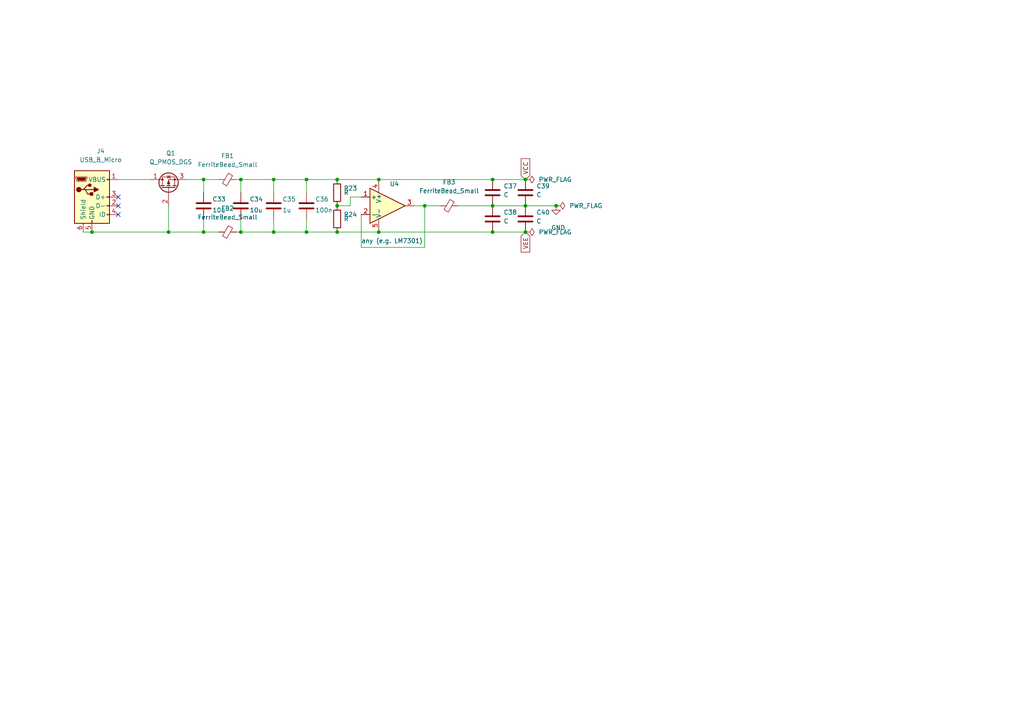
<source format=kicad_sch>
(kicad_sch (version 20211123) (generator eeschema)
  (paper "A4")
  (lib_symbols
    (symbol "Connector:USB_B_Micro" (pin_names (offset 1.016))
      (property "Reference" "J" (at -5.08 11.43 0))
      (property "Value" "USB_B_Micro" (at -5.08 8.89 0))
      (symbol "USB_B_Micro_0_1"
        (rectangle (start -5.08 -7.62) (end 5.08 7.62) (stroke (width 0.254)) (fill (type background)))
        (circle (center -3.81 2.159) (radius 0.635) (stroke (width 0.254)) (fill (type outline)))
        (circle (center -0.635 3.429) (radius 0.381) (stroke (width 0.254)) (fill (type outline)))
        (rectangle (start -0.127 -7.62) (end 0.127 -6.858))
        (polyline (pts (xy -1.905 2.159) (xy 0.635 2.159)) (stroke (width 0.254)))
        (polyline (pts (xy -3.175 2.159) (xy -2.54 2.159) (xy -1.27 3.429) (xy -0.635 3.429)) (stroke (width 0.254)))
        (polyline (pts (xy -2.54 2.159) (xy -1.905 2.159) (xy -1.27 0.889) (xy 0 0.889)) (stroke (width 0.254)))
        (polyline (pts (xy 0.635 2.794) (xy 0.635 1.524) (xy 1.905 2.159) (xy 0.635 2.794)) (stroke (width 0.254)) (fill (type outline)))
        (polyline (pts (xy -4.318 5.588) (xy -1.778 5.588) (xy -2.032 4.826) (xy -4.064 4.826) (xy -4.318 5.588)) (fill (type outline)))
        (polyline (pts (xy -4.699 5.842) (xy -4.699 5.588) (xy -4.445 4.826) (xy -4.445 4.572) (xy -1.651 4.572) (xy -1.651 4.826) (xy -1.397 5.588) (xy -1.397 5.842) (xy -4.699 5.842)))
        (rectangle (start 0.254 1.27) (end -0.508 0.508) (stroke (width 0.254)) (fill (type outline)))
        (rectangle (start 5.08 -5.207) (end 4.318 -4.953))
        (rectangle (start 5.08 -2.667) (end 4.318 -2.413))
        (rectangle (start 5.08 -0.127) (end 4.318 0.127))
        (rectangle (start 5.08 4.953) (end 4.318 5.207))
      )
      (symbol "USB_B_Micro_1_1"
        (pin power_out line (at 7.62 5.08 180) (length 2.54) (name "VBUS") (number "1"))
        (pin bidirectional line (at 7.62 -2.54 180) (length 2.54) (name "D-") (number "2"))
        (pin bidirectional line (at 7.62 0 180) (length 2.54) (name "D+") (number "3"))
        (pin passive line (at 7.62 -5.08 180) (length 2.54) (name "ID") (number "4"))
        (pin power_out line (at 0 -10.16 90) (length 2.54) (name "GND") (number "5"))
        (pin passive line (at -2.54 -10.16 90) (length 2.54) (name "Shield") (number "6"))
      )
    )
    (symbol "Device:C" (pin_numbers hide) (pin_names (offset 0.254))
      (property "Reference" "C" (at 0.635 2.54 0))
      (property "Value" "C" (at 0.635 -2.54 0))
      (symbol "C_0_1"
        (polyline (pts (xy -2.032 -0.762) (xy 2.032 -0.762)) (stroke (width 0.508)))
        (polyline (pts (xy -2.032 0.762) (xy 2.032 0.762)) (stroke (width 0.508)))
      )
      (symbol "C_1_1"
        (pin passive line (at 0 3.81 270) (length 2.794) (name "~") (number "1"))
        (pin passive line (at 0 -3.81 90) (length 2.794) (name "~") (number "2"))
      )
    )
    (symbol "Device:FerriteBead_Small" (pin_numbers hide) (pin_names (offset 0))
      (property "Reference" "FB" (at 1.905 1.27 0))
      (property "Value" "FerriteBead_Small" (at 1.905 -1.27 0))
      (symbol "FerriteBead_Small_0_1"
        (polyline (pts (xy 0 -1.27) (xy 0 -0.7874)))
        (polyline (pts (xy 0 0.889) (xy 0 1.2954)))
        (polyline (pts (xy -1.8288 0.2794) (xy -1.1176 1.4986) (xy 1.8288 -0.2032) (xy 1.1176 -1.4224) (xy -1.8288 0.2794)))
      )
      (symbol "FerriteBead_Small_1_1"
        (pin passive line (at 0 2.54 270) (length 1.27) (name "~") (number "1"))
        (pin passive line (at 0 -2.54 90) (length 1.27) (name "~") (number "2"))
      )
    )
    (symbol "Device:Q_PMOS_DGS" (pin_names (offset 0) hide)
      (property "Reference" "Q" (at 5.08 1.27 0))
      (property "Value" "Q_PMOS_DGS" (at 5.08 -1.27 0))
      (symbol "Q_PMOS_DGS_0_1"
        (polyline (pts (xy 0.254 0) (xy -2.54 0)))
        (polyline (pts (xy 0.254 1.905) (xy 0.254 -1.905)) (stroke (width 0.254)))
        (polyline (pts (xy 0.762 -1.27) (xy 0.762 -2.286)) (stroke (width 0.254)))
        (polyline (pts (xy 0.762 0.508) (xy 0.762 -0.508)) (stroke (width 0.254)))
        (polyline (pts (xy 0.762 2.286) (xy 0.762 1.27)) (stroke (width 0.254)))
        (polyline (pts (xy 2.54 2.54) (xy 2.54 1.778)))
        (polyline (pts (xy 2.54 -2.54) (xy 2.54 0) (xy 0.762 0)))
        (polyline (pts (xy 0.762 1.778) (xy 3.302 1.778) (xy 3.302 -1.778) (xy 0.762 -1.778)))
        (polyline (pts (xy 2.286 0) (xy 1.27 0.381) (xy 1.27 -0.381) (xy 2.286 0)) (fill (type outline)))
        (polyline (pts (xy 2.794 -0.508) (xy 2.921 -0.381) (xy 3.683 -0.381) (xy 3.81 -0.254)))
        (polyline (pts (xy 3.302 -0.381) (xy 2.921 0.254) (xy 3.683 0.254) (xy 3.302 -0.381)))
        (circle (center 1.651 0) (radius 2.794) (stroke (width 0.254)))
        (circle (center 2.54 -1.778) (radius 0.254) (fill (type outline)))
        (circle (center 2.54 1.778) (radius 0.254) (fill (type outline)))
      )
      (symbol "Q_PMOS_DGS_1_1"
        (pin passive line (at 2.54 5.08 270) (length 2.54) (name "D") (number "1"))
        (pin input line (at -5.08 0 0) (length 2.54) (name "G") (number "2"))
        (pin passive line (at 2.54 -5.08 90) (length 2.54) (name "S") (number "3"))
      )
    )
    (symbol "Device:R" (pin_numbers hide) (pin_names (offset 0))
      (property "Reference" "R" (at 2.032 0 90))
      (property "Value" "R" (at 0 0 90))
      (symbol "R_0_1"
        (rectangle (start -1.016 -2.54) (end 1.016 2.54) (stroke (width 0.254)))
      )
      (symbol "R_1_1"
        (pin passive line (at 0 3.81 270) (length 1.27) (name "~") (number "1"))
        (pin passive line (at 0 -3.81 90) (length 1.27) (name "~") (number "2"))
      )
    )
    (symbol "power:GND" (power) (pin_names (offset 0))
      (property "Value" "GND" (at 0 -3.81 0))
      (symbol "GND_0_1"
        (polyline (pts (xy 0 0) (xy 0 -1.27) (xy 1.27 -1.27) (xy 0 -2.54) (xy -1.27 -1.27) (xy 0 -1.27)))
      )
      (symbol "GND_1_1"
        (pin power_in line (at 0 0 270) (length 0) hide (name "GND") (number "1"))
      )
    )
    (symbol "power:PWR_FLAG" (power) (pin_numbers hide) (pin_names (offset 0) hide)
      (property "Value" "PWR_FLAG" (at 0 3.81 0))
      (symbol "PWR_FLAG_0_0"
        (pin power_out line (at 0 0 90) (length 0) (name "pwr") (number "1"))
      )
      (symbol "PWR_FLAG_0_1"
        (polyline (pts (xy 0 0) (xy 0 1.27) (xy -1.016 1.905) (xy 0 2.54) (xy 1.016 1.905) (xy 0 1.27)))
      )
    )
    (symbol "pspice:OPAMP" (pin_names (offset 0.254))
      (property "Reference" "U" (at 3.81 3.175 0))
      (property "Value" "OPAMP" (at 3.81 -3.175 0))
      (symbol "OPAMP_0_1"
        (polyline (pts (xy 5.08 0) (xy -5.08 5.08) (xy -5.08 -5.08) (xy 5.08 0)) (stroke (width 0.254)) (fill (type background)))
      )
      (symbol "OPAMP_1_1"
        (pin input line (at -7.62 2.54 0) (length 2.54) (name "+") (number "1"))
        (pin input line (at -7.62 -2.54 0) (length 2.54) (name "-") (number "2"))
        (pin output line (at 7.62 0 180) (length 2.54) (name "~") (number "3"))
        (pin power_in line (at -2.54 7.62 270) (length 3.81) (name "V+") (number "4"))
        (pin power_in line (at -2.54 -7.62 90) (length 3.81) (name "V-") (number "5"))
      )
    )
  )
  (junction (at 97.79 52.07))
  (junction (at 161.29 59.69))
  (junction (at 97.79 67.31))
  (junction (at 142.875 67.31))
  (junction (at 88.9 67.31))
  (junction (at 88.9 52.07))
  (junction (at 48.895 67.31))
  (junction (at 152.4 59.69))
  (junction (at 59.055 67.31))
  (junction (at 152.4 52.07))
  (junction (at 142.875 52.07))
  (junction (at 79.375 52.07))
  (junction (at 142.875 59.69))
  (junction (at 69.85 52.07))
  (junction (at 97.79 59.69))
  (junction (at 59.055 52.07))
  (junction (at 123.19 59.69))
  (junction (at 26.67 67.31))
  (junction (at 79.375 67.31))
  (junction (at 69.85 67.31))
  (junction (at 109.855 52.07))
  (junction (at 152.4 67.31))
  (junction (at 109.855 67.31))
  (no_connect (at 34.29 57.15))
  (no_connect (at 34.29 62.23))
  (no_connect (at 34.29 59.69))
  (wire (pts (xy 88.9 67.31) (xy 79.375 67.31)))
  (wire (pts (xy 97.79 52.07) (xy 88.9 52.07)))
  (wire (pts (xy 63.5 52.07) (xy 59.055 52.07)))
  (wire (pts (xy 88.9 52.07) (xy 79.375 52.07)))
  (wire (pts (xy 142.875 59.69) (xy 152.4 59.69)))
  (wire (pts (xy 161.29 59.69) (xy 152.4 59.69)))
  (wire (pts (xy 109.855 52.07) (xy 142.875 52.07)))
  (wire (pts (xy 123.19 59.69) (xy 123.19 71.755)))
  (wire (pts (xy 142.875 67.31) (xy 109.855 67.31)))
  (wire (pts (xy 101.6 59.69) (xy 101.6 57.15)))
  (wire (pts (xy 142.875 52.07) (xy 152.4 52.07)))
  (wire (pts (xy 79.375 67.31) (xy 79.375 63.5)))
  (wire (pts (xy 109.855 67.31) (xy 97.79 67.31)))
  (wire (pts (xy 69.85 67.31) (xy 68.58 67.31)))
  (wire (pts (xy 109.855 52.07) (xy 97.79 52.07)))
  (wire (pts (xy 69.85 63.5) (xy 69.85 67.31)))
  (wire (pts (xy 26.67 67.31) (xy 24.13 67.31)))
  (wire (pts (xy 97.79 67.31) (xy 88.9 67.31)))
  (wire (pts (xy 79.375 55.88) (xy 79.375 52.07)))
  (wire (pts (xy 63.5 67.31) (xy 59.055 67.31)))
  (wire (pts (xy 101.6 57.15) (xy 104.775 57.15)))
  (wire (pts (xy 59.055 52.07) (xy 59.055 55.88)))
  (wire (pts (xy 152.4 67.31) (xy 142.875 67.31)))
  (wire (pts (xy 79.375 67.31) (xy 69.85 67.31)))
  (wire (pts (xy 26.67 67.31) (xy 48.895 67.31)))
  (wire (pts (xy 68.58 52.07) (xy 69.85 52.07)))
  (wire (pts (xy 48.895 67.31) (xy 59.055 67.31)))
  (wire (pts (xy 88.9 63.5) (xy 88.9 67.31)))
  (wire (pts (xy 59.055 67.31) (xy 59.055 63.5)))
  (wire (pts (xy 120.015 59.69) (xy 123.19 59.69)))
  (wire (pts (xy 59.055 52.07) (xy 53.975 52.07)))
  (wire (pts (xy 48.895 59.69) (xy 48.895 67.31)))
  (wire (pts (xy 132.842 59.69) (xy 142.875 59.69)))
  (wire (pts (xy 79.375 52.07) (xy 69.85 52.07)))
  (wire (pts (xy 88.9 52.07) (xy 88.9 55.88)))
  (wire (pts (xy 34.29 52.07) (xy 43.815 52.07)))
  (wire (pts (xy 123.19 59.69) (xy 127.762 59.69)))
  (wire (pts (xy 104.775 71.755) (xy 104.775 62.23)))
  (wire (pts (xy 101.6 59.69) (xy 97.79 59.69)))
  (wire (pts (xy 69.85 55.88) (xy 69.85 52.07)))
  (wire (pts (xy 123.19 71.755) (xy 104.775 71.755)))
  (global_label "VEE" (shape input) (at 152.4 67.31 270) (property "Intersheet References" "${INTERSHEET_REFS}" (effects hide)))
  (global_label "VCC" (shape input) (at 152.4 52.07 90) (property "Intersheet References" "${INTERSHEET_REFS}" (effects hide)))
  (symbol (lib_id "Device:R") (at 97.79 55.88 0) (unit 1)
    (property "Reference" "R23" (at 99.695 54.61 0) (effects (justify left)))
    (property "Value" "R" (at 99.695 55.88 0) (effects (justify left)))
    (property "Footprint" "Resistor_SMD:R_0603_1608Metric" (effects hide))
  )
  (symbol (lib_id "Device:C") (at 59.055 59.69 0) (unit 1)
    (property "Reference" "C33" (at 61.595 57.785 0) (effects (justify left)))
    (property "Value" "10u" (at 61.595 60.96 0) (effects (justify left)))
    (property "Footprint" "Capacitor_SMD:C_0603_1608Metric" (effects hide))
  )
  (symbol (lib_id "Device:C") (at 69.85 59.69 0) (unit 1)
    (property "Reference" "C34" (at 72.39 57.785 0) (effects (justify left)))
    (property "Value" "10u" (at 72.39 60.96 0) (effects (justify left)))
    (property "Footprint" "Capacitor_SMD:C_0603_1608Metric" (effects hide))
  )
  (symbol (lib_id "Device:C") (at 79.375 59.69 0) (unit 1)
    (property "Reference" "C35" (at 81.915 57.785 0) (effects (justify left)))
    (property "Value" "1u" (at 81.915 60.96 0) (effects (justify left)))
    (property "Footprint" "Capacitor_SMD:C_0603_1608Metric" (effects hide))
  )
  (symbol (lib_id "Device:C") (at 88.9 59.69 0) (unit 1)
    (property "Reference" "C36" (at 91.44 57.785 0) (effects (justify left)))
    (property "Value" "100n" (at 91.44 60.96 0) (effects (justify left)))
    (property "Footprint" "Capacitor_SMD:C_0603_1608Metric" (effects hide))
  )
  (symbol (lib_id "Device:R") (at 97.79 63.5 0) (unit 1)
    (property "Reference" "R24" (at 99.695 62.23 0) (effects (justify left)))
    (property "Value" "R" (at 99.695 63.5 0) (effects (justify left)))
    (property "Footprint" "Resistor_SMD:R_0603_1608Metric" (effects hide))
  )
  (symbol (lib_id "Device:C") (at 142.875 55.88 0) (unit 1)
    (property "Reference" "C37" (at 146.05 53.975 0) (effects (justify left)))
    (property "Value" "C" (at 146.05 56.515 0) (effects (justify left)))
    (property "Footprint" "Capacitor_SMD:C_0603_1608Metric" (effects hide))
  )
  (symbol (lib_id "Device:C") (at 142.875 63.5 0) (unit 1)
    (property "Reference" "C38" (at 146.05 61.595 0) (effects (justify left)))
    (property "Value" "C" (at 146.05 64.135 0) (effects (justify left)))
    (property "Footprint" "Capacitor_SMD:C_0603_1608Metric" (effects hide))
  )
  (symbol (lib_id "Device:C") (at 152.4 63.5 0) (unit 1)
    (property "Reference" "C40" (at 155.575 61.595 0) (effects (justify left)))
    (property "Value" "C" (at 155.575 64.135 0) (effects (justify left)))
    (property "Footprint" "Capacitor_SMD:C_0603_1608Metric" (effects hide))
  )
  (symbol (lib_id "Device:C") (at 152.4 55.88 0) (unit 1)
    (property "Reference" "C39" (at 155.575 53.975 0) (effects (justify left)))
    (property "Value" "C" (at 155.575 56.515 0) (effects (justify left)))
    (property "Footprint" "Capacitor_SMD:C_0603_1608Metric" (effects hide))
  )
  (symbol (lib_id "power:GND") (at 161.29 59.69 0) (unit 1)
    (property "Reference" "#PWR011" (effects hide))
    (property "Value" "GND" (at 161.925 66.04 0))
  )
  (symbol (lib_id "pspice:OPAMP") (at 112.395 59.69 0) (unit 1)
    (property "Reference" "U4" (at 113.03 53.34 0) (effects (justify left)))
    (property "Value" "any (e.g. LM7301)" (at 104.775 69.85 0) (effects (justify left)))
    (property "Footprint" "Package_SO:SOIC-8-1EP_3.9x4.9mm_P1.27mm_EP2.29x3mm" (effects hide))
  )
  (symbol (lib_id "Device:Q_PMOS_DGS") (at 48.895 54.61 90) (unit 1)
    (property "Reference" "Q1" (at 49.53 44.45 90))
    (property "Value" "Q_PMOS_DGS" (at 49.53 46.99 90))
    (property "Footprint" "Package_TO_SOT_SMD:TSOT-23" (effects hide))
  )
  (symbol (lib_id "Connector:USB_B_Micro") (at 26.67 57.15 0) (unit 1)
    (property "Reference" "J4" (at 29.21 43.815 0))
    (property "Value" "USB_B_Micro" (at 29.21 46.355 0))
    (property "Footprint" "Connector_USB:USB_Micro-AB_Molex_47590-0001" (effects hide))
  )
  (symbol (lib_id "power:PWR_FLAG") (at 152.4 52.07 270) (unit 1)
    (property "Reference" "#FLG01" (effects hide))
    (property "Value" "PWR_FLAG" (at 156.21 52.07 90) (effects (justify left)))
  )
  (symbol (lib_id "power:PWR_FLAG") (at 152.4 67.31 270) (unit 1)
    (property "Reference" "#FLG02" (effects hide))
    (property "Value" "PWR_FLAG" (at 156.21 67.31 90) (effects (justify left)))
  )
  (symbol (lib_id "power:PWR_FLAG") (at 161.29 59.69 270) (unit 1)
    (property "Reference" "#FLG03" (effects hide))
    (property "Value" "PWR_FLAG" (at 165.1 59.69 90) (effects (justify left)))
  )
  (symbol (lib_id "Device:FerriteBead_Small") (at 66.04 52.07 90) (unit 1)
    (property "Reference" "FB1" (at 66.0019 45.212 90))
    (property "Value" "FerriteBead_Small" (at 66.0019 47.752 90))
    (property "Footprint" "Inductor_SMD:L_0603_1608Metric" (effects hide))
  )
  (symbol (lib_id "Device:FerriteBead_Small") (at 66.04 67.31 90) (unit 1)
    (property "Reference" "FB2" (at 66.0019 60.452 90))
    (property "Value" "FerriteBead_Small" (at 66.0019 62.992 90))
    (property "Footprint" "Inductor_SMD:L_0603_1608Metric" (effects hide))
  )
  (symbol (lib_id "Device:FerriteBead_Small") (at 130.302 59.69 90) (unit 1)
    (property "Reference" "FB3" (at 130.2639 52.832 90))
    (property "Value" "FerriteBead_Small" (at 130.2639 55.372 90))
    (property "Footprint" "Inductor_SMD:L_0603_1608Metric" (effects hide))
  )
)
</source>
